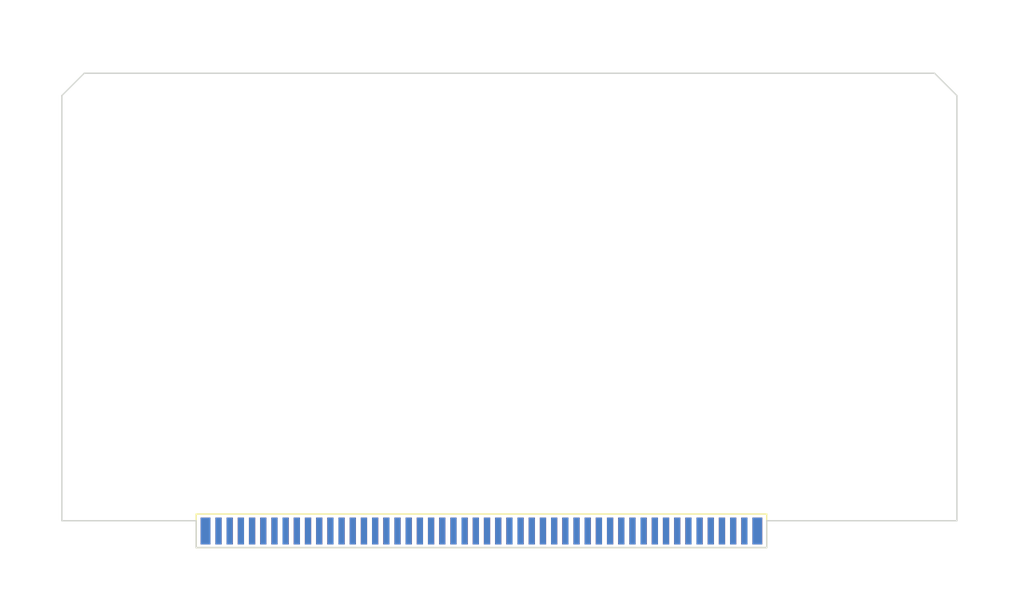
<source format=kicad_pcb>
(kicad_pcb (version 20241229) (generator "pcbnew") (generator_version "9.0")
  (title_block (date "9 mar 2013"))
  (layers (0 "F.Cu" signal "Component") (4 "In1.Cu" signal) (6 "In2.Cu" signal) (8 "In3.Cu" signal) (10 "In4.Cu" signal) (2 "B.Cu" signal "Copper") (13 "F.Paste" user) (15 "B.Paste" user) (5 "F.SilkS" user "F.Silkscreen") (7 "B.SilkS" user "B.Silkscreen") (1 "F.Mask" user) (3 "B.Mask" user) (25 "Edge.Cuts" user))
  (net 0 "")
  (net 1 "GND")
  (net 2 "/S100_RESET_P75")
  (net 98 "Net-(J5-Pin_1)")
  (net 99 "Net-(J5-Pin_2)")
  (footprint "S100_MALE" (layer "F.Cu") (at 50.8 157.48)
    (property "Reference" "P1" (hide yes))
    (property "Value" "S100_MALE" (hide yes))
    (fp_line (start 0 -9.525) (end 161.925 -9.525) (stroke (width 0.381)) (layer "F.SilkS"))
    (fp_line (start 0 0) (end 0 -9.525) (stroke (width 0.381)) (layer "F.SilkS"))
    (fp_line (start 161.925 -9.525) (end 161.925 0) (stroke (width 0.381)) (layer "F.SilkS"))
    (fp_line (start 161.925 0) (end 0 0) (stroke (width 0.381)) (layer "F.SilkS"))
    (pad "1" connect rect (at 2.667 -4.699) (size 2.794 7.62) (layers "F.Cu" "F.Mask") (net 98 "Net-(J5-Pin_1)"))
    (pad "2" connect rect (at 6.35 -4.699) (size 1.778 7.62) (layers "F.Cu" "F.Mask"))
    (pad "3" connect rect (at 9.525 -4.699) (size 1.778 7.62) (layers "F.Cu" "F.Mask"))
    (pad "4" connect rect (at 12.7 -4.699) (size 1.778 7.62) (layers "F.Cu" "F.Mask"))
    (pad "5" connect rect (at 15.875 -4.699) (size 1.778 7.62) (layers "F.Cu" "F.Mask"))
    (pad "6" connect rect (at 19.05 -4.699) (size 1.778 7.62) (layers "F.Cu" "F.Mask"))
    (pad "7" connect rect (at 22.225 -4.699) (size 1.778 7.62) (layers "F.Cu" "F.Mask"))
    (pad "8" connect rect (at 25.4 -4.699) (size 1.778 7.62) (layers "F.Cu" "F.Mask"))
    (pad "9" connect rect (at 28.575 -4.699) (size 1.778 7.62) (layers "F.Cu" "F.Mask"))
    (pad "10" connect rect (at 31.75 -4.699) (size 1.778 7.62) (layers "F.Cu" "F.Mask"))
    (pad "11" connect rect (at 34.925 -4.699) (size 1.778 7.62) (layers "F.Cu" "F.Mask"))
    (pad "12" connect rect (at 38.1 -4.699) (size 1.778 7.62) (layers "F.Cu" "F.Mask"))
    (pad "13" connect rect (at 41.275 -4.699) (size 1.778 7.62) (layers "F.Cu" "F.Mask"))
    (pad "14" connect rect (at 44.45 -4.699) (size 1.778 7.62) (layers "F.Cu" "F.Mask"))
    (pad "15" connect rect (at 47.625 -4.699) (size 1.778 7.62) (layers "F.Cu" "F.Mask"))
    (pad "16" connect rect (at 50.8 -4.699) (size 1.778 7.62) (layers "F.Cu" "F.Mask"))
    (pad "17" connect rect (at 53.975 -4.699) (size 1.778 7.62) (layers "F.Cu" "F.Mask"))
    (pad "18" connect rect (at 57.15 -4.699) (size 1.778 7.62) (layers "F.Cu" "F.Mask"))
    (pad "19" connect rect (at 60.325 -4.699) (size 1.778 7.62) (layers "F.Cu" "F.Mask"))
    (pad "20" connect rect (at 63.5 -4.699) (size 1.778 7.62) (layers "F.Cu" "F.Mask"))
    (pad "21" connect rect (at 66.675 -4.699) (size 1.778 7.62) (layers "F.Cu" "F.Mask"))
    (pad "22" connect rect (at 69.85 -4.699) (size 1.778 7.62) (layers "F.Cu" "F.Mask"))
    (pad "23" connect rect (at 73.025 -4.699) (size 1.778 7.62) (layers "F.Cu" "F.Mask"))
    (pad "24" connect rect (at 76.2 -4.699) (size 1.778 7.62) (layers "F.Cu" "F.Mask"))
    (pad "25" connect rect (at 79.375 -4.699) (size 1.778 7.62) (layers "F.Cu" "F.Mask"))
    (pad "26" connect rect (at 82.55 -4.699) (size 1.778 7.62) (layers "F.Cu" "F.Mask"))
    (pad "27" connect rect (at 85.725 -4.699) (size 1.778 7.62) (layers "F.Cu" "F.Mask"))
    (pad "28" connect rect (at 88.9 -4.699) (size 1.778 7.62) (layers "F.Cu" "F.Mask"))
    (pad "29" connect rect (at 92.075 -4.699) (size 1.778 7.62) (layers "F.Cu" "F.Mask"))
    (pad "30" connect rect (at 95.25 -4.699) (size 1.778 7.62) (layers "F.Cu" "F.Mask"))
    (pad "31" connect rect (at 98.425 -4.699) (size 1.778 7.62) (layers "F.Cu" "F.Mask"))
    (pad "32" connect rect (at 101.6 -4.699) (size 1.778 7.62) (layers "F.Cu" "F.Mask"))
    (pad "33" connect rect (at 104.775 -4.699) (size 1.778 7.62) (layers "F.Cu" "F.Mask"))
    (pad "34" connect rect (at 107.95 -4.699) (size 1.778 7.62) (layers "F.Cu" "F.Mask"))
    (pad "35" connect rect (at 111.125 -4.699) (size 1.778 7.62) (layers "F.Cu" "F.Mask"))
    (pad "36" connect rect (at 114.3 -4.699) (size 1.778 7.62) (layers "F.Cu" "F.Mask"))
    (pad "37" connect rect (at 117.475 -4.699) (size 1.778 7.62) (layers "F.Cu" "F.Mask"))
    (pad "38" connect rect (at 120.65 -4.699) (size 1.778 7.62) (layers "F.Cu" "F.Mask"))
    (pad "39" connect rect (at 123.825 -4.699) (size 1.778 7.62) (layers "F.Cu" "F.Mask"))
    (pad "40" connect rect (at 127 -4.699) (size 1.778 7.62) (layers "F.Cu" "F.Mask"))
    (pad "41" connect rect (at 130.175 -4.699) (size 1.778 7.62) (layers "F.Cu" "F.Mask"))
    (pad "42" connect rect (at 133.35 -4.699) (size 1.778 7.62) (layers "F.Cu" "F.Mask"))
    (pad "43" connect rect (at 136.525 -4.699) (size 1.778 7.62) (layers "F.Cu" "F.Mask"))
    (pad "44" connect rect (at 139.7 -4.699) (size 1.778 7.62) (layers "F.Cu" "F.Mask"))
    (pad "45" connect rect (at 142.875 -4.699) (size 1.778 7.62) (layers "F.Cu" "F.Mask"))
    (pad "46" connect rect (at 146.05 -4.699) (size 1.778 7.62) (layers "F.Cu" "F.Mask"))
    (pad "47" connect rect (at 149.225 -4.699) (size 1.778 7.62) (layers "F.Cu" "F.Mask"))
    (pad "48" connect rect (at 152.4 -4.699) (size 1.778 7.62) (layers "F.Cu" "F.Mask"))
    (pad "49" connect rect (at 155.575 -4.699) (size 1.778 7.62) (layers "F.Cu" "F.Mask"))
    (pad "50" connect rect (at 159.258 -4.699) (size 2.794 7.62) (layers "F.Cu" "F.Mask") (net 1 "GND"))
    (pad "51" connect rect (at 2.667 -4.699) (size 2.794 7.62) (layers "B.Cu" "B.Mask"))
    (pad "52" connect rect (at 6.35 -4.699) (size 1.778 7.62) (layers "B.Cu" "B.Mask") (net 99 "Net-(J5-Pin_2)"))
    (pad "53" connect rect (at 9.525 -4.699) (size 1.778 7.62) (layers "B.Cu" "B.Mask"))
    (pad "54" connect rect (at 12.7 -4.699) (size 1.778 7.62) (layers "B.Cu" "B.Mask"))
    (pad "55" connect rect (at 15.875 -4.699) (size 1.778 7.62) (layers "B.Cu" "B.Mask"))
    (pad "56" connect rect (at 19.05 -4.699) (size 1.778 7.62) (layers "B.Cu" "B.Mask"))
    (pad "57" connect rect (at 22.225 -4.699) (size 1.778 7.62) (layers "B.Cu" "B.Mask"))
    (pad "58" connect rect (at 25.4 -4.699) (size 1.778 7.62) (layers "B.Cu" "B.Mask"))
    (pad "59" connect rect (at 28.575 -4.699) (size 1.778 7.62) (layers "B.Cu" "B.Mask"))
    (pad "60" connect rect (at 31.75 -4.699) (size 1.778 7.62) (layers "B.Cu" "B.Mask"))
    (pad "61" connect rect (at 34.925 -4.699) (size 1.778 7.62) (layers "B.Cu" "B.Mask"))
    (pad "62" connect rect (at 38.1 -4.699) (size 1.778 7.62) (layers "B.Cu" "B.Mask"))
    (pad "63" connect rect (at 41.275 -4.699) (size 1.778 7.62) (layers "B.Cu" "B.Mask"))
    (pad "64" connect rect (at 44.45 -4.699) (size 1.778 7.62) (layers "B.Cu" "B.Mask"))
    (pad "65" connect rect (at 47.625 -4.699) (size 1.778 7.62) (layers "B.Cu" "B.Mask"))
    (pad "66" connect rect (at 50.8 -4.699) (size 1.778 7.62) (layers "B.Cu" "B.Mask"))
    (pad "67" connect rect (at 53.975 -4.699) (size 1.778 7.62) (layers "B.Cu" "B.Mask"))
    (pad "68" connect rect (at 57.15 -4.699) (size 1.778 7.62) (layers "B.Cu" "B.Mask"))
    (pad "69" connect rect (at 60.325 -4.699) (size 1.778 7.62) (layers "B.Cu" "B.Mask"))
    (pad "70" connect rect (at 63.5 -4.699) (size 1.778 7.62) (layers "B.Cu" "B.Mask"))
    (pad "71" connect rect (at 66.675 -4.699) (size 1.778 7.62) (layers "B.Cu" "B.Mask"))
    (pad "72" connect rect (at 69.85 -4.699) (size 1.778 7.62) (layers "B.Cu" "B.Mask"))
    (pad "73" connect rect (at 73.025 -4.699) (size 1.778 7.62) (layers "B.Cu" "B.Mask"))
    (pad "74" connect rect (at 76.2 -4.699) (size 1.778 7.62) (layers "B.Cu" "B.Mask"))
    (pad "75" connect rect (at 79.375 -4.699) (size 1.778 7.62) (layers "B.Cu" "B.Mask") (net 2 "/S100_RESET_P75"))
    (pad "76" connect rect (at 82.55 -4.699) (size 1.778 7.62) (layers "B.Cu" "B.Mask"))
    (pad "77" connect rect (at 85.725 -4.699) (size 1.778 7.62) (layers "B.Cu" "B.Mask"))
    (pad "78" connect rect (at 88.9 -4.699) (size 1.778 7.62) (layers "B.Cu" "B.Mask"))
    (pad "79" connect rect (at 92.075 -4.699) (size 1.778 7.62) (layers "B.Cu" "B.Mask"))
    (pad "80" connect rect (at 95.25 -4.699) (size 1.778 7.62) (layers "B.Cu" "B.Mask"))
    (pad "81" connect rect (at 98.425 -4.699) (size 1.778 7.62) (layers "B.Cu" "B.Mask"))
    (pad "82" connect rect (at 101.6 -4.699) (size 1.778 7.62) (layers "B.Cu" "B.Mask"))
    (pad "83" connect rect (at 104.775 -4.699) (size 1.778 7.62) (layers "B.Cu" "B.Mask"))
    (pad "84" connect rect (at 107.95 -4.699) (size 1.778 7.62) (layers "B.Cu" "B.Mask"))
    (pad "85" connect rect (at 111.125 -4.699) (size 1.778 7.62) (layers "B.Cu" "B.Mask"))
    (pad "86" connect rect (at 114.3 -4.699) (size 1.778 7.62) (layers "B.Cu" "B.Mask"))
    (pad "87" connect rect (at 117.475 -4.699) (size 1.778 7.62) (layers "B.Cu" "B.Mask"))
    (pad "88" connect rect (at 120.65 -4.699) (size 1.778 7.62) (layers "B.Cu" "B.Mask"))
    (pad "89" connect rect (at 123.825 -4.699) (size 1.778 7.62) (layers "B.Cu" "B.Mask"))
    (pad "90" connect rect (at 127 -4.699) (size 1.778 7.62) (layers "B.Cu" "B.Mask"))
    (pad "91" connect rect (at 130.175 -4.699) (size 1.778 7.62) (layers "B.Cu" "B.Mask"))
    (pad "92" connect rect (at 133.35 -4.699) (size 1.778 7.62) (layers "B.Cu" "B.Mask"))
    (pad "93" connect rect (at 136.525 -4.699) (size 1.778 7.62) (layers "B.Cu" "B.Mask"))
    (pad "94" connect rect (at 139.7 -4.699) (size 1.778 7.62) (layers "B.Cu" "B.Mask"))
    (pad "95" connect rect (at 142.875 -4.699) (size 1.778 7.62) (layers "B.Cu" "B.Mask"))
    (pad "96" connect rect (at 146.05 -4.699) (size 1.778 7.62) (layers "B.Cu" "B.Mask"))
    (pad "97" connect rect (at 149.225 -4.699) (size 1.778 7.62) (layers "B.Cu" "B.Mask"))
    (pad "98" connect rect (at 152.4 -4.699) (size 1.778 7.62) (layers "B.Cu" "B.Mask"))
    (pad "99" connect rect (at 155.575 -4.699) (size 1.778 7.62) (layers "B.Cu" "B.Mask"))
    (pad "100" connect rect (at 159.258 -4.699) (size 2.794 7.62) (layers "B.Cu" "B.Mask") (net 1 "GND"))
  )
  (gr_line (start 50.8 149.86) (end 12.7 149.86) (stroke (width 0.381)) (layer "Edge.Cuts"))
  (gr_line (start 12.7 29.21) (end 12.7 149.86) (stroke (width 0.381)) (layer "Edge.Cuts"))
  (gr_line (start 212.725 157.48) (end 50.8 157.48) (stroke (width 0.381)) (layer "Edge.Cuts"))
  (gr_line (start 266.7 149.86) (end 212.725 149.86) (stroke (width 0.381)) (layer "Edge.Cuts"))
  (gr_line (start 266.7 29.21) (end 260.35 22.86) (stroke (width 0.381)) (layer "Edge.Cuts"))
  (gr_line (start 50.8 157.48) (end 50.8 149.86) (stroke (width 0.381)) (layer "Edge.Cuts"))
  (gr_line (start 19.05 22.86) (end 12.7 29.21) (stroke (width 0.381)) (layer "Edge.Cuts"))
  (gr_line (start 260.35 22.86) (end 19.05 22.86) (stroke (width 0.381)) (layer "Edge.Cuts"))
  (gr_line (start 212.725 149.86) (end 212.725 157.48) (stroke (width 0.381)) (layer "Edge.Cuts"))
  (gr_line (start 266.7 149.86) (end 266.7 29.21) (stroke (width 0.381)) (layer "Edge.Cuts"))
)
</source>
